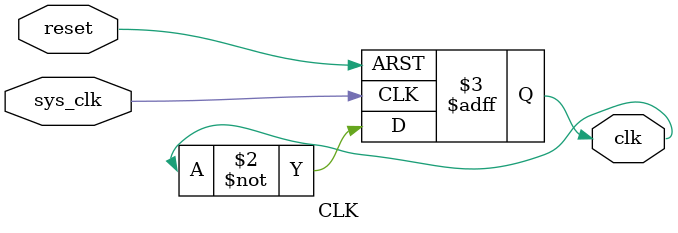
<source format=v>
module CLK(sys_clk,reset,clk);
input sys_clk,reset;
output reg clk;
reg[31:0]sum;
always@(negedge sys_clk or posedge reset)
begin
	 if(reset)
	   begin
		  sum <= 1;
		  clk<=0;
		end
	 else
		  clk <= ~clk;
			
  end
endmodule
</source>
